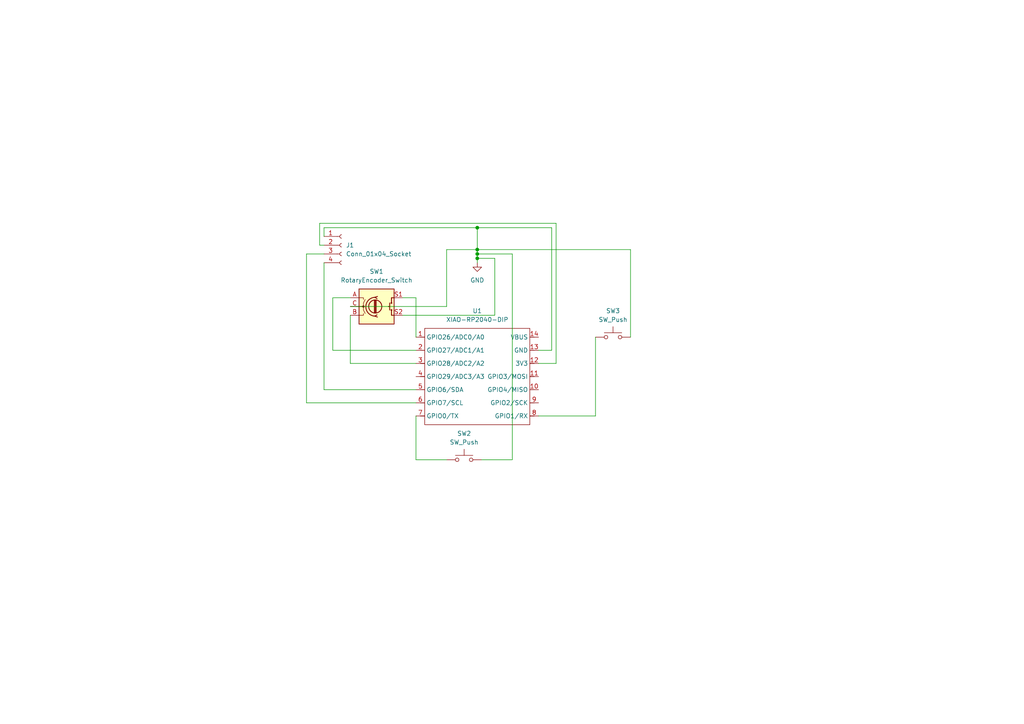
<source format=kicad_sch>
(kicad_sch
	(version 20250114)
	(generator "eeschema")
	(generator_version "9.0")
	(uuid "ed751ac2-c879-4edd-b157-d41bdceb7ce1")
	(paper "A4")
	(lib_symbols
		(symbol "Connector:Conn_01x04_Socket"
			(pin_names
				(offset 1.016)
				(hide yes)
			)
			(exclude_from_sim no)
			(in_bom yes)
			(on_board yes)
			(property "Reference" "J"
				(at 0 5.08 0)
				(effects
					(font
						(size 1.27 1.27)
					)
				)
			)
			(property "Value" "Conn_01x04_Socket"
				(at 0 -7.62 0)
				(effects
					(font
						(size 1.27 1.27)
					)
				)
			)
			(property "Footprint" ""
				(at 0 0 0)
				(effects
					(font
						(size 1.27 1.27)
					)
					(hide yes)
				)
			)
			(property "Datasheet" "~"
				(at 0 0 0)
				(effects
					(font
						(size 1.27 1.27)
					)
					(hide yes)
				)
			)
			(property "Description" "Generic connector, single row, 01x04, script generated"
				(at 0 0 0)
				(effects
					(font
						(size 1.27 1.27)
					)
					(hide yes)
				)
			)
			(property "ki_locked" ""
				(at 0 0 0)
				(effects
					(font
						(size 1.27 1.27)
					)
				)
			)
			(property "ki_keywords" "connector"
				(at 0 0 0)
				(effects
					(font
						(size 1.27 1.27)
					)
					(hide yes)
				)
			)
			(property "ki_fp_filters" "Connector*:*_1x??_*"
				(at 0 0 0)
				(effects
					(font
						(size 1.27 1.27)
					)
					(hide yes)
				)
			)
			(symbol "Conn_01x04_Socket_1_1"
				(polyline
					(pts
						(xy -1.27 2.54) (xy -0.508 2.54)
					)
					(stroke
						(width 0.1524)
						(type default)
					)
					(fill
						(type none)
					)
				)
				(polyline
					(pts
						(xy -1.27 0) (xy -0.508 0)
					)
					(stroke
						(width 0.1524)
						(type default)
					)
					(fill
						(type none)
					)
				)
				(polyline
					(pts
						(xy -1.27 -2.54) (xy -0.508 -2.54)
					)
					(stroke
						(width 0.1524)
						(type default)
					)
					(fill
						(type none)
					)
				)
				(polyline
					(pts
						(xy -1.27 -5.08) (xy -0.508 -5.08)
					)
					(stroke
						(width 0.1524)
						(type default)
					)
					(fill
						(type none)
					)
				)
				(arc
					(start 0 2.032)
					(mid -0.5058 2.54)
					(end 0 3.048)
					(stroke
						(width 0.1524)
						(type default)
					)
					(fill
						(type none)
					)
				)
				(arc
					(start 0 -0.508)
					(mid -0.5058 0)
					(end 0 0.508)
					(stroke
						(width 0.1524)
						(type default)
					)
					(fill
						(type none)
					)
				)
				(arc
					(start 0 -3.048)
					(mid -0.5058 -2.54)
					(end 0 -2.032)
					(stroke
						(width 0.1524)
						(type default)
					)
					(fill
						(type none)
					)
				)
				(arc
					(start 0 -5.588)
					(mid -0.5058 -5.08)
					(end 0 -4.572)
					(stroke
						(width 0.1524)
						(type default)
					)
					(fill
						(type none)
					)
				)
				(pin passive line
					(at -5.08 2.54 0)
					(length 3.81)
					(name "Pin_1"
						(effects
							(font
								(size 1.27 1.27)
							)
						)
					)
					(number "1"
						(effects
							(font
								(size 1.27 1.27)
							)
						)
					)
				)
				(pin passive line
					(at -5.08 0 0)
					(length 3.81)
					(name "Pin_2"
						(effects
							(font
								(size 1.27 1.27)
							)
						)
					)
					(number "2"
						(effects
							(font
								(size 1.27 1.27)
							)
						)
					)
				)
				(pin passive line
					(at -5.08 -2.54 0)
					(length 3.81)
					(name "Pin_3"
						(effects
							(font
								(size 1.27 1.27)
							)
						)
					)
					(number "3"
						(effects
							(font
								(size 1.27 1.27)
							)
						)
					)
				)
				(pin passive line
					(at -5.08 -5.08 0)
					(length 3.81)
					(name "Pin_4"
						(effects
							(font
								(size 1.27 1.27)
							)
						)
					)
					(number "4"
						(effects
							(font
								(size 1.27 1.27)
							)
						)
					)
				)
			)
			(embedded_fonts no)
		)
		(symbol "Device:RotaryEncoder_Switch"
			(pin_names
				(offset 0.254)
				(hide yes)
			)
			(exclude_from_sim no)
			(in_bom yes)
			(on_board yes)
			(property "Reference" "SW"
				(at 0 6.604 0)
				(effects
					(font
						(size 1.27 1.27)
					)
				)
			)
			(property "Value" "RotaryEncoder_Switch"
				(at 0 -6.604 0)
				(effects
					(font
						(size 1.27 1.27)
					)
				)
			)
			(property "Footprint" ""
				(at -3.81 4.064 0)
				(effects
					(font
						(size 1.27 1.27)
					)
					(hide yes)
				)
			)
			(property "Datasheet" "~"
				(at 0 6.604 0)
				(effects
					(font
						(size 1.27 1.27)
					)
					(hide yes)
				)
			)
			(property "Description" "Rotary encoder, dual channel, incremental quadrate outputs, with switch"
				(at 0 0 0)
				(effects
					(font
						(size 1.27 1.27)
					)
					(hide yes)
				)
			)
			(property "ki_keywords" "rotary switch encoder switch push button"
				(at 0 0 0)
				(effects
					(font
						(size 1.27 1.27)
					)
					(hide yes)
				)
			)
			(property "ki_fp_filters" "RotaryEncoder*Switch*"
				(at 0 0 0)
				(effects
					(font
						(size 1.27 1.27)
					)
					(hide yes)
				)
			)
			(symbol "RotaryEncoder_Switch_0_1"
				(rectangle
					(start -5.08 5.08)
					(end 5.08 -5.08)
					(stroke
						(width 0.254)
						(type default)
					)
					(fill
						(type background)
					)
				)
				(polyline
					(pts
						(xy -5.08 2.54) (xy -3.81 2.54) (xy -3.81 2.032)
					)
					(stroke
						(width 0)
						(type default)
					)
					(fill
						(type none)
					)
				)
				(polyline
					(pts
						(xy -5.08 0) (xy -3.81 0) (xy -3.81 -1.016) (xy -3.302 -2.032)
					)
					(stroke
						(width 0)
						(type default)
					)
					(fill
						(type none)
					)
				)
				(polyline
					(pts
						(xy -5.08 -2.54) (xy -3.81 -2.54) (xy -3.81 -2.032)
					)
					(stroke
						(width 0)
						(type default)
					)
					(fill
						(type none)
					)
				)
				(polyline
					(pts
						(xy -4.318 0) (xy -3.81 0) (xy -3.81 1.016) (xy -3.302 2.032)
					)
					(stroke
						(width 0)
						(type default)
					)
					(fill
						(type none)
					)
				)
				(circle
					(center -3.81 0)
					(radius 0.254)
					(stroke
						(width 0)
						(type default)
					)
					(fill
						(type outline)
					)
				)
				(polyline
					(pts
						(xy -0.635 -1.778) (xy -0.635 1.778)
					)
					(stroke
						(width 0.254)
						(type default)
					)
					(fill
						(type none)
					)
				)
				(circle
					(center -0.381 0)
					(radius 1.905)
					(stroke
						(width 0.254)
						(type default)
					)
					(fill
						(type none)
					)
				)
				(polyline
					(pts
						(xy -0.381 -1.778) (xy -0.381 1.778)
					)
					(stroke
						(width 0.254)
						(type default)
					)
					(fill
						(type none)
					)
				)
				(arc
					(start -0.381 -2.794)
					(mid -3.0988 -0.0635)
					(end -0.381 2.667)
					(stroke
						(width 0.254)
						(type default)
					)
					(fill
						(type none)
					)
				)
				(polyline
					(pts
						(xy -0.127 1.778) (xy -0.127 -1.778)
					)
					(stroke
						(width 0.254)
						(type default)
					)
					(fill
						(type none)
					)
				)
				(polyline
					(pts
						(xy 0.254 2.921) (xy -0.508 2.667) (xy 0.127 2.286)
					)
					(stroke
						(width 0.254)
						(type default)
					)
					(fill
						(type none)
					)
				)
				(polyline
					(pts
						(xy 0.254 -3.048) (xy -0.508 -2.794) (xy 0.127 -2.413)
					)
					(stroke
						(width 0.254)
						(type default)
					)
					(fill
						(type none)
					)
				)
				(polyline
					(pts
						(xy 3.81 1.016) (xy 3.81 -1.016)
					)
					(stroke
						(width 0.254)
						(type default)
					)
					(fill
						(type none)
					)
				)
				(polyline
					(pts
						(xy 3.81 0) (xy 3.429 0)
					)
					(stroke
						(width 0.254)
						(type default)
					)
					(fill
						(type none)
					)
				)
				(circle
					(center 4.318 1.016)
					(radius 0.127)
					(stroke
						(width 0.254)
						(type default)
					)
					(fill
						(type none)
					)
				)
				(circle
					(center 4.318 -1.016)
					(radius 0.127)
					(stroke
						(width 0.254)
						(type default)
					)
					(fill
						(type none)
					)
				)
				(polyline
					(pts
						(xy 5.08 2.54) (xy 4.318 2.54) (xy 4.318 1.016)
					)
					(stroke
						(width 0.254)
						(type default)
					)
					(fill
						(type none)
					)
				)
				(polyline
					(pts
						(xy 5.08 -2.54) (xy 4.318 -2.54) (xy 4.318 -1.016)
					)
					(stroke
						(width 0.254)
						(type default)
					)
					(fill
						(type none)
					)
				)
			)
			(symbol "RotaryEncoder_Switch_1_1"
				(pin passive line
					(at -7.62 2.54 0)
					(length 2.54)
					(name "A"
						(effects
							(font
								(size 1.27 1.27)
							)
						)
					)
					(number "A"
						(effects
							(font
								(size 1.27 1.27)
							)
						)
					)
				)
				(pin passive line
					(at -7.62 0 0)
					(length 2.54)
					(name "C"
						(effects
							(font
								(size 1.27 1.27)
							)
						)
					)
					(number "C"
						(effects
							(font
								(size 1.27 1.27)
							)
						)
					)
				)
				(pin passive line
					(at -7.62 -2.54 0)
					(length 2.54)
					(name "B"
						(effects
							(font
								(size 1.27 1.27)
							)
						)
					)
					(number "B"
						(effects
							(font
								(size 1.27 1.27)
							)
						)
					)
				)
				(pin passive line
					(at 7.62 2.54 180)
					(length 2.54)
					(name "S1"
						(effects
							(font
								(size 1.27 1.27)
							)
						)
					)
					(number "S1"
						(effects
							(font
								(size 1.27 1.27)
							)
						)
					)
				)
				(pin passive line
					(at 7.62 -2.54 180)
					(length 2.54)
					(name "S2"
						(effects
							(font
								(size 1.27 1.27)
							)
						)
					)
					(number "S2"
						(effects
							(font
								(size 1.27 1.27)
							)
						)
					)
				)
			)
			(embedded_fonts no)
		)
		(symbol "OPL:XIAO-RP2040-DIP"
			(exclude_from_sim no)
			(in_bom yes)
			(on_board yes)
			(property "Reference" "U"
				(at 0 0 0)
				(effects
					(font
						(size 1.27 1.27)
					)
				)
			)
			(property "Value" "XIAO-RP2040-DIP"
				(at 5.334 -1.778 0)
				(effects
					(font
						(size 1.27 1.27)
					)
				)
			)
			(property "Footprint" "Module:MOUDLE14P-XIAO-DIP-SMD"
				(at 14.478 -32.258 0)
				(effects
					(font
						(size 1.27 1.27)
					)
					(hide yes)
				)
			)
			(property "Datasheet" ""
				(at 0 0 0)
				(effects
					(font
						(size 1.27 1.27)
					)
					(hide yes)
				)
			)
			(property "Description" ""
				(at 0 0 0)
				(effects
					(font
						(size 1.27 1.27)
					)
					(hide yes)
				)
			)
			(symbol "XIAO-RP2040-DIP_1_0"
				(polyline
					(pts
						(xy -1.27 -2.54) (xy 29.21 -2.54)
					)
					(stroke
						(width 0.1524)
						(type solid)
					)
					(fill
						(type none)
					)
				)
				(polyline
					(pts
						(xy -1.27 -5.08) (xy -2.54 -5.08)
					)
					(stroke
						(width 0.1524)
						(type solid)
					)
					(fill
						(type none)
					)
				)
				(polyline
					(pts
						(xy -1.27 -5.08) (xy -1.27 -2.54)
					)
					(stroke
						(width 0.1524)
						(type solid)
					)
					(fill
						(type none)
					)
				)
				(polyline
					(pts
						(xy -1.27 -8.89) (xy -2.54 -8.89)
					)
					(stroke
						(width 0.1524)
						(type solid)
					)
					(fill
						(type none)
					)
				)
				(polyline
					(pts
						(xy -1.27 -8.89) (xy -1.27 -5.08)
					)
					(stroke
						(width 0.1524)
						(type solid)
					)
					(fill
						(type none)
					)
				)
				(polyline
					(pts
						(xy -1.27 -12.7) (xy -2.54 -12.7)
					)
					(stroke
						(width 0.1524)
						(type solid)
					)
					(fill
						(type none)
					)
				)
				(polyline
					(pts
						(xy -1.27 -12.7) (xy -1.27 -8.89)
					)
					(stroke
						(width 0.1524)
						(type solid)
					)
					(fill
						(type none)
					)
				)
				(polyline
					(pts
						(xy -1.27 -16.51) (xy -2.54 -16.51)
					)
					(stroke
						(width 0.1524)
						(type solid)
					)
					(fill
						(type none)
					)
				)
				(polyline
					(pts
						(xy -1.27 -16.51) (xy -1.27 -12.7)
					)
					(stroke
						(width 0.1524)
						(type solid)
					)
					(fill
						(type none)
					)
				)
				(polyline
					(pts
						(xy -1.27 -20.32) (xy -2.54 -20.32)
					)
					(stroke
						(width 0.1524)
						(type solid)
					)
					(fill
						(type none)
					)
				)
				(polyline
					(pts
						(xy -1.27 -24.13) (xy -2.54 -24.13)
					)
					(stroke
						(width 0.1524)
						(type solid)
					)
					(fill
						(type none)
					)
				)
				(polyline
					(pts
						(xy -1.27 -27.94) (xy -2.54 -27.94)
					)
					(stroke
						(width 0.1524)
						(type solid)
					)
					(fill
						(type none)
					)
				)
				(polyline
					(pts
						(xy -1.27 -30.48) (xy -1.27 -16.51)
					)
					(stroke
						(width 0.1524)
						(type solid)
					)
					(fill
						(type none)
					)
				)
				(polyline
					(pts
						(xy 29.21 -2.54) (xy 29.21 -5.08)
					)
					(stroke
						(width 0.1524)
						(type solid)
					)
					(fill
						(type none)
					)
				)
				(polyline
					(pts
						(xy 29.21 -5.08) (xy 29.21 -8.89)
					)
					(stroke
						(width 0.1524)
						(type solid)
					)
					(fill
						(type none)
					)
				)
				(polyline
					(pts
						(xy 29.21 -8.89) (xy 29.21 -12.7)
					)
					(stroke
						(width 0.1524)
						(type solid)
					)
					(fill
						(type none)
					)
				)
				(polyline
					(pts
						(xy 29.21 -12.7) (xy 29.21 -30.48)
					)
					(stroke
						(width 0.1524)
						(type solid)
					)
					(fill
						(type none)
					)
				)
				(polyline
					(pts
						(xy 29.21 -30.48) (xy -1.27 -30.48)
					)
					(stroke
						(width 0.1524)
						(type solid)
					)
					(fill
						(type none)
					)
				)
				(polyline
					(pts
						(xy 30.48 -5.08) (xy 29.21 -5.08)
					)
					(stroke
						(width 0.1524)
						(type solid)
					)
					(fill
						(type none)
					)
				)
				(polyline
					(pts
						(xy 30.48 -8.89) (xy 29.21 -8.89)
					)
					(stroke
						(width 0.1524)
						(type solid)
					)
					(fill
						(type none)
					)
				)
				(polyline
					(pts
						(xy 30.48 -12.7) (xy 29.21 -12.7)
					)
					(stroke
						(width 0.1524)
						(type solid)
					)
					(fill
						(type none)
					)
				)
				(polyline
					(pts
						(xy 30.48 -16.51) (xy 29.21 -16.51)
					)
					(stroke
						(width 0.1524)
						(type solid)
					)
					(fill
						(type none)
					)
				)
				(polyline
					(pts
						(xy 30.48 -20.32) (xy 29.21 -20.32)
					)
					(stroke
						(width 0.1524)
						(type solid)
					)
					(fill
						(type none)
					)
				)
				(polyline
					(pts
						(xy 30.48 -24.13) (xy 29.21 -24.13)
					)
					(stroke
						(width 0.1524)
						(type solid)
					)
					(fill
						(type none)
					)
				)
				(polyline
					(pts
						(xy 30.48 -27.94) (xy 29.21 -27.94)
					)
					(stroke
						(width 0.1524)
						(type solid)
					)
					(fill
						(type none)
					)
				)
				(pin passive line
					(at -3.81 -5.08 0)
					(length 2.54)
					(name "GPIO26/ADC0/A0"
						(effects
							(font
								(size 1.27 1.27)
							)
						)
					)
					(number "1"
						(effects
							(font
								(size 1.27 1.27)
							)
						)
					)
				)
				(pin passive line
					(at -3.81 -8.89 0)
					(length 2.54)
					(name "GPIO27/ADC1/A1"
						(effects
							(font
								(size 1.27 1.27)
							)
						)
					)
					(number "2"
						(effects
							(font
								(size 1.27 1.27)
							)
						)
					)
				)
				(pin passive line
					(at -3.81 -12.7 0)
					(length 2.54)
					(name "GPIO28/ADC2/A2"
						(effects
							(font
								(size 1.27 1.27)
							)
						)
					)
					(number "3"
						(effects
							(font
								(size 1.27 1.27)
							)
						)
					)
				)
				(pin passive line
					(at -3.81 -16.51 0)
					(length 2.54)
					(name "GPIO29/ADC3/A3"
						(effects
							(font
								(size 1.27 1.27)
							)
						)
					)
					(number "4"
						(effects
							(font
								(size 1.27 1.27)
							)
						)
					)
				)
				(pin passive line
					(at -3.81 -20.32 0)
					(length 2.54)
					(name "GPIO6/SDA"
						(effects
							(font
								(size 1.27 1.27)
							)
						)
					)
					(number "5"
						(effects
							(font
								(size 1.27 1.27)
							)
						)
					)
				)
				(pin passive line
					(at -3.81 -24.13 0)
					(length 2.54)
					(name "GPIO7/SCL"
						(effects
							(font
								(size 1.27 1.27)
							)
						)
					)
					(number "6"
						(effects
							(font
								(size 1.27 1.27)
							)
						)
					)
				)
				(pin passive line
					(at -3.81 -27.94 0)
					(length 2.54)
					(name "GPIO0/TX"
						(effects
							(font
								(size 1.27 1.27)
							)
						)
					)
					(number "7"
						(effects
							(font
								(size 1.27 1.27)
							)
						)
					)
				)
				(pin passive line
					(at 31.75 -5.08 180)
					(length 2.54)
					(name "VBUS"
						(effects
							(font
								(size 1.27 1.27)
							)
						)
					)
					(number "14"
						(effects
							(font
								(size 1.27 1.27)
							)
						)
					)
				)
				(pin passive line
					(at 31.75 -8.89 180)
					(length 2.54)
					(name "GND"
						(effects
							(font
								(size 1.27 1.27)
							)
						)
					)
					(number "13"
						(effects
							(font
								(size 1.27 1.27)
							)
						)
					)
				)
				(pin passive line
					(at 31.75 -12.7 180)
					(length 2.54)
					(name "3V3"
						(effects
							(font
								(size 1.27 1.27)
							)
						)
					)
					(number "12"
						(effects
							(font
								(size 1.27 1.27)
							)
						)
					)
				)
				(pin passive line
					(at 31.75 -16.51 180)
					(length 2.54)
					(name "GPIO3/MOSI"
						(effects
							(font
								(size 1.27 1.27)
							)
						)
					)
					(number "11"
						(effects
							(font
								(size 1.27 1.27)
							)
						)
					)
				)
				(pin passive line
					(at 31.75 -20.32 180)
					(length 2.54)
					(name "GPIO4/MISO"
						(effects
							(font
								(size 1.27 1.27)
							)
						)
					)
					(number "10"
						(effects
							(font
								(size 1.27 1.27)
							)
						)
					)
				)
				(pin passive line
					(at 31.75 -24.13 180)
					(length 2.54)
					(name "GPIO2/SCK"
						(effects
							(font
								(size 1.27 1.27)
							)
						)
					)
					(number "9"
						(effects
							(font
								(size 1.27 1.27)
							)
						)
					)
				)
				(pin passive line
					(at 31.75 -27.94 180)
					(length 2.54)
					(name "GPIO1/RX"
						(effects
							(font
								(size 1.27 1.27)
							)
						)
					)
					(number "8"
						(effects
							(font
								(size 1.27 1.27)
							)
						)
					)
				)
			)
			(embedded_fonts no)
		)
		(symbol "Switch:SW_Push"
			(pin_numbers
				(hide yes)
			)
			(pin_names
				(offset 1.016)
				(hide yes)
			)
			(exclude_from_sim no)
			(in_bom yes)
			(on_board yes)
			(property "Reference" "SW"
				(at 1.27 2.54 0)
				(effects
					(font
						(size 1.27 1.27)
					)
					(justify left)
				)
			)
			(property "Value" "SW_Push"
				(at 0 -1.524 0)
				(effects
					(font
						(size 1.27 1.27)
					)
				)
			)
			(property "Footprint" ""
				(at 0 5.08 0)
				(effects
					(font
						(size 1.27 1.27)
					)
					(hide yes)
				)
			)
			(property "Datasheet" "~"
				(at 0 5.08 0)
				(effects
					(font
						(size 1.27 1.27)
					)
					(hide yes)
				)
			)
			(property "Description" "Push button switch, generic, two pins"
				(at 0 0 0)
				(effects
					(font
						(size 1.27 1.27)
					)
					(hide yes)
				)
			)
			(property "ki_keywords" "switch normally-open pushbutton push-button"
				(at 0 0 0)
				(effects
					(font
						(size 1.27 1.27)
					)
					(hide yes)
				)
			)
			(symbol "SW_Push_0_1"
				(circle
					(center -2.032 0)
					(radius 0.508)
					(stroke
						(width 0)
						(type default)
					)
					(fill
						(type none)
					)
				)
				(polyline
					(pts
						(xy 0 1.27) (xy 0 3.048)
					)
					(stroke
						(width 0)
						(type default)
					)
					(fill
						(type none)
					)
				)
				(circle
					(center 2.032 0)
					(radius 0.508)
					(stroke
						(width 0)
						(type default)
					)
					(fill
						(type none)
					)
				)
				(polyline
					(pts
						(xy 2.54 1.27) (xy -2.54 1.27)
					)
					(stroke
						(width 0)
						(type default)
					)
					(fill
						(type none)
					)
				)
				(pin passive line
					(at -5.08 0 0)
					(length 2.54)
					(name "1"
						(effects
							(font
								(size 1.27 1.27)
							)
						)
					)
					(number "1"
						(effects
							(font
								(size 1.27 1.27)
							)
						)
					)
				)
				(pin passive line
					(at 5.08 0 180)
					(length 2.54)
					(name "2"
						(effects
							(font
								(size 1.27 1.27)
							)
						)
					)
					(number "2"
						(effects
							(font
								(size 1.27 1.27)
							)
						)
					)
				)
			)
			(embedded_fonts no)
		)
		(symbol "power:GND"
			(power)
			(pin_numbers
				(hide yes)
			)
			(pin_names
				(offset 0)
				(hide yes)
			)
			(exclude_from_sim no)
			(in_bom yes)
			(on_board yes)
			(property "Reference" "#PWR"
				(at 0 -6.35 0)
				(effects
					(font
						(size 1.27 1.27)
					)
					(hide yes)
				)
			)
			(property "Value" "GND"
				(at 0 -3.81 0)
				(effects
					(font
						(size 1.27 1.27)
					)
				)
			)
			(property "Footprint" ""
				(at 0 0 0)
				(effects
					(font
						(size 1.27 1.27)
					)
					(hide yes)
				)
			)
			(property "Datasheet" ""
				(at 0 0 0)
				(effects
					(font
						(size 1.27 1.27)
					)
					(hide yes)
				)
			)
			(property "Description" "Power symbol creates a global label with name \"GND\" , ground"
				(at 0 0 0)
				(effects
					(font
						(size 1.27 1.27)
					)
					(hide yes)
				)
			)
			(property "ki_keywords" "global power"
				(at 0 0 0)
				(effects
					(font
						(size 1.27 1.27)
					)
					(hide yes)
				)
			)
			(symbol "GND_0_1"
				(polyline
					(pts
						(xy 0 0) (xy 0 -1.27) (xy 1.27 -1.27) (xy 0 -2.54) (xy -1.27 -1.27) (xy 0 -1.27)
					)
					(stroke
						(width 0)
						(type default)
					)
					(fill
						(type none)
					)
				)
			)
			(symbol "GND_1_1"
				(pin power_in line
					(at 0 0 270)
					(length 0)
					(name "~"
						(effects
							(font
								(size 1.27 1.27)
							)
						)
					)
					(number "1"
						(effects
							(font
								(size 1.27 1.27)
							)
						)
					)
				)
			)
			(embedded_fonts no)
		)
	)
	(junction
		(at 138.43 74.93)
		(diameter 0)
		(color 0 0 0 0)
		(uuid "142fd8bc-43b8-4c80-8694-28b597b17f06")
	)
	(junction
		(at 138.43 66.04)
		(diameter 0)
		(color 0 0 0 0)
		(uuid "20585f53-29f8-4b85-a3ee-f447c56ce0f3")
	)
	(junction
		(at 138.43 72.39)
		(diameter 0)
		(color 0 0 0 0)
		(uuid "488b26d4-6a07-4907-bc32-b90b83437444")
	)
	(junction
		(at 138.43 73.66)
		(diameter 0)
		(color 0 0 0 0)
		(uuid "feacb7fc-da71-4c61-80c4-3f95e9e22971")
	)
	(wire
		(pts
			(xy 96.52 86.36) (xy 96.52 101.6)
		)
		(stroke
			(width 0)
			(type default)
		)
		(uuid "02a40ebd-cc24-4104-8014-17686b749cde")
	)
	(wire
		(pts
			(xy 92.71 71.12) (xy 93.98 71.12)
		)
		(stroke
			(width 0)
			(type default)
		)
		(uuid "0d46f291-56bd-4759-918b-4b1ad0ce7a84")
	)
	(wire
		(pts
			(xy 101.6 91.44) (xy 101.6 105.41)
		)
		(stroke
			(width 0)
			(type default)
		)
		(uuid "0e482eda-257d-4bcc-b15e-005b581d6b3c")
	)
	(wire
		(pts
			(xy 172.72 97.79) (xy 172.72 120.65)
		)
		(stroke
			(width 0)
			(type default)
		)
		(uuid "0ed87884-65c2-4b37-996c-b1459dc49a0b")
	)
	(wire
		(pts
			(xy 156.21 105.41) (xy 161.29 105.41)
		)
		(stroke
			(width 0)
			(type default)
		)
		(uuid "1c70c7d6-45d7-4646-93e7-9241d4e7ae5e")
	)
	(wire
		(pts
			(xy 161.29 64.77) (xy 92.71 64.77)
		)
		(stroke
			(width 0)
			(type default)
		)
		(uuid "305b8a7b-d8f5-481e-8a81-9508344bbb95")
	)
	(wire
		(pts
			(xy 93.98 66.04) (xy 93.98 68.58)
		)
		(stroke
			(width 0)
			(type default)
		)
		(uuid "3238a59b-4238-44d8-b922-78c25dde34bd")
	)
	(wire
		(pts
			(xy 161.29 105.41) (xy 161.29 64.77)
		)
		(stroke
			(width 0)
			(type default)
		)
		(uuid "337d51e2-7b77-4efa-83de-90dc4819abd3")
	)
	(wire
		(pts
			(xy 88.9 116.84) (xy 120.65 116.84)
		)
		(stroke
			(width 0)
			(type default)
		)
		(uuid "35443410-8b2e-4830-9147-b39a6a05f8da")
	)
	(wire
		(pts
			(xy 139.7 133.35) (xy 148.59 133.35)
		)
		(stroke
			(width 0)
			(type default)
		)
		(uuid "390511fc-6d75-45d9-8f85-986da69ae075")
	)
	(wire
		(pts
			(xy 120.65 133.35) (xy 129.54 133.35)
		)
		(stroke
			(width 0)
			(type default)
		)
		(uuid "5ed5b5b8-8b6d-479d-83ee-4af7f7b2d2d9")
	)
	(wire
		(pts
			(xy 92.71 64.77) (xy 92.71 71.12)
		)
		(stroke
			(width 0)
			(type default)
		)
		(uuid "6ab69089-9c31-4465-a8af-2a241afdc9f0")
	)
	(wire
		(pts
			(xy 138.43 66.04) (xy 138.43 72.39)
		)
		(stroke
			(width 0)
			(type default)
		)
		(uuid "7640a26c-c3ee-4882-972e-fb260cffc93e")
	)
	(wire
		(pts
			(xy 96.52 101.6) (xy 120.65 101.6)
		)
		(stroke
			(width 0)
			(type default)
		)
		(uuid "77f44e6b-cca7-4f5e-98bd-f30427d8c671")
	)
	(wire
		(pts
			(xy 120.65 120.65) (xy 120.65 133.35)
		)
		(stroke
			(width 0)
			(type default)
		)
		(uuid "7dd83655-e991-4c3f-bb37-2772f76ba282")
	)
	(wire
		(pts
			(xy 138.43 72.39) (xy 138.43 73.66)
		)
		(stroke
			(width 0)
			(type default)
		)
		(uuid "834d4950-0d65-48fe-ad2e-58b3a1e4f6b6")
	)
	(wire
		(pts
			(xy 143.51 91.44) (xy 143.51 74.93)
		)
		(stroke
			(width 0)
			(type default)
		)
		(uuid "83e0c864-6a71-4bc4-9b39-888f5a09c332")
	)
	(wire
		(pts
			(xy 182.88 97.79) (xy 182.88 72.39)
		)
		(stroke
			(width 0)
			(type default)
		)
		(uuid "93bc6aee-42c4-40a0-8316-015571d8758f")
	)
	(wire
		(pts
			(xy 138.43 73.66) (xy 138.43 74.93)
		)
		(stroke
			(width 0)
			(type default)
		)
		(uuid "9bf55c8e-0762-4d04-bebc-12b19007d91d")
	)
	(wire
		(pts
			(xy 101.6 86.36) (xy 96.52 86.36)
		)
		(stroke
			(width 0)
			(type default)
		)
		(uuid "a1c8e585-d0a0-4988-825c-6f90c1a6a935")
	)
	(wire
		(pts
			(xy 138.43 72.39) (xy 182.88 72.39)
		)
		(stroke
			(width 0)
			(type default)
		)
		(uuid "a72eaf5c-3839-4b20-aa53-6af0c3aece40")
	)
	(wire
		(pts
			(xy 160.02 101.6) (xy 160.02 66.04)
		)
		(stroke
			(width 0)
			(type default)
		)
		(uuid "a773192b-30d3-4c51-9439-bfd5eafc8d40")
	)
	(wire
		(pts
			(xy 143.51 74.93) (xy 138.43 74.93)
		)
		(stroke
			(width 0)
			(type default)
		)
		(uuid "b0ec302a-3441-4e4d-91d0-8980a1c57410")
	)
	(wire
		(pts
			(xy 160.02 66.04) (xy 138.43 66.04)
		)
		(stroke
			(width 0)
			(type default)
		)
		(uuid "b44796d6-34d7-4ba2-a728-3f73df1950ac")
	)
	(wire
		(pts
			(xy 156.21 101.6) (xy 160.02 101.6)
		)
		(stroke
			(width 0)
			(type default)
		)
		(uuid "b882a308-8340-4267-a74f-1dfe52d5eedd")
	)
	(wire
		(pts
			(xy 116.84 91.44) (xy 143.51 91.44)
		)
		(stroke
			(width 0)
			(type default)
		)
		(uuid "b9732275-25d5-42ac-a4ab-ef1d361061e4")
	)
	(wire
		(pts
			(xy 101.6 105.41) (xy 120.65 105.41)
		)
		(stroke
			(width 0)
			(type default)
		)
		(uuid "ba4806a9-ccd4-4312-b6ce-58491eab72bb")
	)
	(wire
		(pts
			(xy 93.98 113.03) (xy 120.65 113.03)
		)
		(stroke
			(width 0)
			(type default)
		)
		(uuid "bac82080-48f1-4af9-af7b-d7a17aac7e21")
	)
	(wire
		(pts
			(xy 138.43 66.04) (xy 93.98 66.04)
		)
		(stroke
			(width 0)
			(type default)
		)
		(uuid "bfe67f2b-334f-4674-89f9-6beb9d871a66")
	)
	(wire
		(pts
			(xy 138.43 74.93) (xy 138.43 76.2)
		)
		(stroke
			(width 0)
			(type default)
		)
		(uuid "c2833503-a7d8-4733-8647-317e1658cc6f")
	)
	(wire
		(pts
			(xy 148.59 133.35) (xy 148.59 73.66)
		)
		(stroke
			(width 0)
			(type default)
		)
		(uuid "c5264403-7cfd-45ba-83a2-1cd0ffdb3172")
	)
	(wire
		(pts
			(xy 172.72 120.65) (xy 156.21 120.65)
		)
		(stroke
			(width 0)
			(type default)
		)
		(uuid "caf6f5c2-9dbf-4542-9d11-3d82cb943ece")
	)
	(wire
		(pts
			(xy 129.54 88.9) (xy 129.54 72.39)
		)
		(stroke
			(width 0)
			(type default)
		)
		(uuid "cf23b528-aaeb-42b5-8450-25a20d0cdfb2")
	)
	(wire
		(pts
			(xy 88.9 73.66) (xy 93.98 73.66)
		)
		(stroke
			(width 0)
			(type default)
		)
		(uuid "d1f2c0b9-9e7a-4859-9595-023db0361544")
	)
	(wire
		(pts
			(xy 148.59 73.66) (xy 138.43 73.66)
		)
		(stroke
			(width 0)
			(type default)
		)
		(uuid "d9c4b457-fef2-48de-98c7-cc07d1a5d192")
	)
	(wire
		(pts
			(xy 129.54 72.39) (xy 138.43 72.39)
		)
		(stroke
			(width 0)
			(type default)
		)
		(uuid "df81b899-4921-45e8-b7f1-73dc056ce176")
	)
	(wire
		(pts
			(xy 120.65 86.36) (xy 116.84 86.36)
		)
		(stroke
			(width 0)
			(type default)
		)
		(uuid "e701a15b-e6ae-4354-ba00-756809adb098")
	)
	(wire
		(pts
			(xy 120.65 97.79) (xy 120.65 86.36)
		)
		(stroke
			(width 0)
			(type default)
		)
		(uuid "ea4c2717-c6bf-4c43-9aa6-748ffa466257")
	)
	(wire
		(pts
			(xy 93.98 76.2) (xy 93.98 113.03)
		)
		(stroke
			(width 0)
			(type default)
		)
		(uuid "ef4c8d8a-e734-477e-b72a-6140a02e37f4")
	)
	(wire
		(pts
			(xy 101.6 88.9) (xy 129.54 88.9)
		)
		(stroke
			(width 0)
			(type default)
		)
		(uuid "fa7fa8ab-f36f-4aaf-a1b6-965d07f27833")
	)
	(wire
		(pts
			(xy 88.9 73.66) (xy 88.9 116.84)
		)
		(stroke
			(width 0)
			(type default)
		)
		(uuid "fb18f442-7a0b-4d89-a1f0-189bbfb293af")
	)
	(symbol
		(lib_id "Switch:SW_Push")
		(at 177.8 97.79 0)
		(mirror y)
		(unit 1)
		(exclude_from_sim no)
		(in_bom yes)
		(on_board yes)
		(dnp no)
		(uuid "000c5580-16a8-45b9-ba81-acd5e32c721a")
		(property "Reference" "SW3"
			(at 177.8 90.17 0)
			(effects
				(font
					(size 1.27 1.27)
				)
			)
		)
		(property "Value" "SW_Push"
			(at 177.8 92.71 0)
			(effects
				(font
					(size 1.27 1.27)
				)
			)
		)
		(property "Footprint" "Button_Switch_Keyboard:SW_Cherry_MX_1.00u_PCB"
			(at 177.8 92.71 0)
			(effects
				(font
					(size 1.27 1.27)
				)
				(hide yes)
			)
		)
		(property "Datasheet" "~"
			(at 177.8 92.71 0)
			(effects
				(font
					(size 1.27 1.27)
				)
				(hide yes)
			)
		)
		(property "Description" "Push button switch, generic, two pins"
			(at 177.8 97.79 0)
			(effects
				(font
					(size 1.27 1.27)
				)
				(hide yes)
			)
		)
		(pin "2"
			(uuid "bfa860fd-fa9b-409f-ba53-4d1c30ec88a2")
		)
		(pin "1"
			(uuid "858e738b-e50c-473c-b5d9-4b99a8cfab3e")
		)
		(instances
			(project ""
				(path "/ed751ac2-c879-4edd-b157-d41bdceb7ce1"
					(reference "SW3")
					(unit 1)
				)
			)
		)
	)
	(symbol
		(lib_id "power:GND")
		(at 138.43 76.2 0)
		(unit 1)
		(exclude_from_sim no)
		(in_bom yes)
		(on_board yes)
		(dnp no)
		(fields_autoplaced yes)
		(uuid "1d1828d3-ccb4-4c44-8187-d9052f69902f")
		(property "Reference" "#PWR01"
			(at 138.43 82.55 0)
			(effects
				(font
					(size 1.27 1.27)
				)
				(hide yes)
			)
		)
		(property "Value" "GND"
			(at 138.43 81.28 0)
			(effects
				(font
					(size 1.27 1.27)
				)
			)
		)
		(property "Footprint" ""
			(at 138.43 76.2 0)
			(effects
				(font
					(size 1.27 1.27)
				)
				(hide yes)
			)
		)
		(property "Datasheet" ""
			(at 138.43 76.2 0)
			(effects
				(font
					(size 1.27 1.27)
				)
				(hide yes)
			)
		)
		(property "Description" "Power symbol creates a global label with name \"GND\" , ground"
			(at 138.43 76.2 0)
			(effects
				(font
					(size 1.27 1.27)
				)
				(hide yes)
			)
		)
		(pin "1"
			(uuid "f19c53e2-f672-4d7b-8fb2-11aa6bf775dc")
		)
		(instances
			(project ""
				(path "/ed751ac2-c879-4edd-b157-d41bdceb7ce1"
					(reference "#PWR01")
					(unit 1)
				)
			)
		)
	)
	(symbol
		(lib_id "OPL:XIAO-RP2040-DIP")
		(at 124.46 92.71 0)
		(unit 1)
		(exclude_from_sim no)
		(in_bom yes)
		(on_board yes)
		(dnp no)
		(fields_autoplaced yes)
		(uuid "2574fc88-c5eb-4e92-aead-4f8c05782ace")
		(property "Reference" "U1"
			(at 138.43 90.17 0)
			(effects
				(font
					(size 1.27 1.27)
				)
			)
		)
		(property "Value" "XIAO-RP2040-DIP"
			(at 138.43 92.71 0)
			(effects
				(font
					(size 1.27 1.27)
				)
			)
		)
		(property "Footprint" "OPL:XIAO-RP2040-DIP"
			(at 138.938 124.968 0)
			(effects
				(font
					(size 1.27 1.27)
				)
				(hide yes)
			)
		)
		(property "Datasheet" ""
			(at 124.46 92.71 0)
			(effects
				(font
					(size 1.27 1.27)
				)
				(hide yes)
			)
		)
		(property "Description" ""
			(at 124.46 92.71 0)
			(effects
				(font
					(size 1.27 1.27)
				)
				(hide yes)
			)
		)
		(pin "11"
			(uuid "3ed54040-df60-4268-b61c-261a9b6dec4d")
		)
		(pin "1"
			(uuid "33ed61c9-f0c0-423a-af84-83aa64d4dde8")
		)
		(pin "13"
			(uuid "04ebe6cc-d4d1-4396-89c9-be1aa8cca8a5")
		)
		(pin "4"
			(uuid "54679c31-c179-4456-824c-44bebfff6199")
		)
		(pin "2"
			(uuid "f2c1cbb3-5dd8-49a0-a37b-cd26d185480e")
		)
		(pin "5"
			(uuid "5763dc90-4edc-4335-913f-36d724258fac")
		)
		(pin "12"
			(uuid "187d96fc-baa5-4930-aaf2-2ed8b137c602")
		)
		(pin "8"
			(uuid "91e34208-b6dc-451d-9a8c-34ff0be4c9bc")
		)
		(pin "6"
			(uuid "4305ccce-c047-4117-8843-dfb868c91b76")
		)
		(pin "14"
			(uuid "4082f25d-1195-49de-ab7a-f7c7aa1a8a89")
		)
		(pin "3"
			(uuid "a2700b87-2445-44a8-908c-0f9c230eeb48")
		)
		(pin "7"
			(uuid "46f6319e-06c7-4238-b871-3819c42f1293")
		)
		(pin "10"
			(uuid "4de0da94-54ed-425b-8518-13e1f71476f4")
		)
		(pin "9"
			(uuid "92b588da-3fd8-47d2-b3e2-45ea52630220")
		)
		(instances
			(project ""
				(path "/ed751ac2-c879-4edd-b157-d41bdceb7ce1"
					(reference "U1")
					(unit 1)
				)
			)
		)
	)
	(symbol
		(lib_id "Device:RotaryEncoder_Switch")
		(at 109.22 88.9 0)
		(unit 1)
		(exclude_from_sim no)
		(in_bom yes)
		(on_board yes)
		(dnp no)
		(fields_autoplaced yes)
		(uuid "3ad0e1cc-43ad-4b94-a4cf-e97ef4d05975")
		(property "Reference" "SW1"
			(at 109.22 78.74 0)
			(effects
				(font
					(size 1.27 1.27)
				)
			)
		)
		(property "Value" "RotaryEncoder_Switch"
			(at 109.22 81.28 0)
			(effects
				(font
					(size 1.27 1.27)
				)
			)
		)
		(property "Footprint" "Rotary_Encoder:RotaryEncoder_Alps_EC11E-Switch_Vertical_H20mm"
			(at 105.41 84.836 0)
			(effects
				(font
					(size 1.27 1.27)
				)
				(hide yes)
			)
		)
		(property "Datasheet" "~"
			(at 109.22 82.296 0)
			(effects
				(font
					(size 1.27 1.27)
				)
				(hide yes)
			)
		)
		(property "Description" "Rotary encoder, dual channel, incremental quadrate outputs, with switch"
			(at 109.22 88.9 0)
			(effects
				(font
					(size 1.27 1.27)
				)
				(hide yes)
			)
		)
		(pin "C"
			(uuid "626be2a6-2c7b-4667-859e-8909bb8f27d3")
		)
		(pin "B"
			(uuid "603ed405-bc7a-4f03-b485-21a716e59da2")
		)
		(pin "A"
			(uuid "26a92787-b5ba-454c-8eab-68e00066471c")
		)
		(pin "S1"
			(uuid "e3649d53-16eb-4e97-bcc4-393526d69ba2")
		)
		(pin "S2"
			(uuid "83309910-dab5-4927-bf96-a3089e61bbc9")
		)
		(instances
			(project ""
				(path "/ed751ac2-c879-4edd-b157-d41bdceb7ce1"
					(reference "SW1")
					(unit 1)
				)
			)
		)
	)
	(symbol
		(lib_id "Switch:SW_Push")
		(at 134.62 133.35 0)
		(unit 1)
		(exclude_from_sim no)
		(in_bom yes)
		(on_board yes)
		(dnp no)
		(fields_autoplaced yes)
		(uuid "69a8feda-917a-4b4a-8697-8725f3ccfa83")
		(property "Reference" "SW2"
			(at 134.62 125.73 0)
			(effects
				(font
					(size 1.27 1.27)
				)
			)
		)
		(property "Value" "SW_Push"
			(at 134.62 128.27 0)
			(effects
				(font
					(size 1.27 1.27)
				)
			)
		)
		(property "Footprint" "Button_Switch_Keyboard:SW_Cherry_MX_1.00u_PCB"
			(at 134.62 128.27 0)
			(effects
				(font
					(size 1.27 1.27)
				)
				(hide yes)
			)
		)
		(property "Datasheet" "~"
			(at 134.62 128.27 0)
			(effects
				(font
					(size 1.27 1.27)
				)
				(hide yes)
			)
		)
		(property "Description" "Push button switch, generic, two pins"
			(at 134.62 133.35 0)
			(effects
				(font
					(size 1.27 1.27)
				)
				(hide yes)
			)
		)
		(pin "1"
			(uuid "d6280cd1-898f-4dab-b6e8-470626e67588")
		)
		(pin "2"
			(uuid "2fcfb9bf-a959-4f94-a9fe-59fdf9094470")
		)
		(instances
			(project ""
				(path "/ed751ac2-c879-4edd-b157-d41bdceb7ce1"
					(reference "SW2")
					(unit 1)
				)
			)
		)
	)
	(symbol
		(lib_id "Connector:Conn_01x04_Socket")
		(at 99.06 71.12 0)
		(unit 1)
		(exclude_from_sim no)
		(in_bom yes)
		(on_board yes)
		(dnp no)
		(fields_autoplaced yes)
		(uuid "7ecd0aad-196c-4c1e-872f-50dddbe0a67a")
		(property "Reference" "J1"
			(at 100.33 71.1199 0)
			(effects
				(font
					(size 1.27 1.27)
				)
				(justify left)
			)
		)
		(property "Value" "Conn_01x04_Socket"
			(at 100.33 73.6599 0)
			(effects
				(font
					(size 1.27 1.27)
				)
				(justify left)
			)
		)
		(property "Footprint" "Connector_PinHeader_2.54mm:PinHeader_1x04_P2.54mm_Vertical"
			(at 99.06 71.12 0)
			(effects
				(font
					(size 1.27 1.27)
				)
				(hide yes)
			)
		)
		(property "Datasheet" "~"
			(at 99.06 71.12 0)
			(effects
				(font
					(size 1.27 1.27)
				)
				(hide yes)
			)
		)
		(property "Description" "Generic connector, single row, 01x04, script generated"
			(at 99.06 71.12 0)
			(effects
				(font
					(size 1.27 1.27)
				)
				(hide yes)
			)
		)
		(pin "2"
			(uuid "81be73c7-80bb-4e7a-919f-84be9129a988")
		)
		(pin "3"
			(uuid "ca6565ae-2479-4719-a8e5-7580064f3cb8")
		)
		(pin "1"
			(uuid "a50db52d-2ba9-4f76-80e6-62abb2ba2c7b")
		)
		(pin "4"
			(uuid "8c13f16f-a08d-4c61-96e0-4e07ebd5fed5")
		)
		(instances
			(project ""
				(path "/ed751ac2-c879-4edd-b157-d41bdceb7ce1"
					(reference "J1")
					(unit 1)
				)
			)
		)
	)
	(sheet_instances
		(path "/"
			(page "1")
		)
	)
	(embedded_fonts no)
)

</source>
